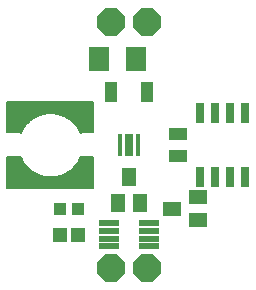
<source format=gts>
G75*
%MOIN*%
%OFA0B0*%
%FSLAX25Y25*%
%IPPOS*%
%LPD*%
%AMOC8*
5,1,8,0,0,1.08239X$1,22.5*
%
%ADD10R,0.05918X0.04343*%
%ADD11R,0.02965X0.06706*%
%ADD12R,0.04737X0.06312*%
%ADD13R,0.02769X0.07493*%
%ADD14R,0.01784X0.07493*%
%ADD15OC8,0.09400*%
%ADD16R,0.05800X0.05800*%
%ADD17C,0.00500*%
%ADD18C,0.00160*%
%ADD19R,0.07099X0.08280*%
%ADD20R,0.04343X0.07099*%
%ADD21R,0.07099X0.01981*%
%ADD22R,0.04540X0.04540*%
%ADD23R,0.03950X0.03950*%
%ADD24R,0.06312X0.04737*%
D10*
X0062850Y0044110D03*
X0062850Y0051590D03*
D11*
X0070350Y0058480D03*
X0075350Y0058480D03*
X0080350Y0058480D03*
X0085350Y0058480D03*
X0085350Y0037220D03*
X0080350Y0037220D03*
X0075350Y0037220D03*
X0070350Y0037220D03*
D12*
X0050340Y0028519D03*
X0042860Y0028519D03*
X0046600Y0037181D03*
D13*
X0046600Y0047850D03*
D14*
X0043746Y0047850D03*
X0049454Y0047850D03*
D15*
X0052600Y0088850D03*
X0040600Y0088850D03*
X0040600Y0006850D03*
X0052600Y0006850D03*
D16*
X0008539Y0036039D03*
X0008539Y0059661D03*
D17*
X0005980Y0059680D02*
X0034720Y0059680D01*
X0034720Y0059182D02*
X0005980Y0059182D01*
X0005980Y0058683D02*
X0018277Y0058683D01*
X0017721Y0058680D02*
X0016418Y0058454D01*
X0015169Y0058018D01*
X0014009Y0057383D01*
X0012969Y0056566D01*
X0012077Y0055589D01*
X0011357Y0054479D01*
X0010829Y0053267D01*
X0010507Y0051984D01*
X0005980Y0051984D01*
X0005980Y0062220D01*
X0034720Y0062220D01*
X0034720Y0051984D01*
X0030193Y0051984D01*
X0029830Y0053241D01*
X0029276Y0054426D01*
X0028542Y0055510D01*
X0027649Y0056466D01*
X0026617Y0057270D01*
X0025471Y0057903D01*
X0024241Y0058349D01*
X0022956Y0058597D01*
X0021649Y0058641D01*
X0020350Y0058480D01*
X0019044Y0058688D01*
X0017721Y0058680D01*
X0019076Y0058683D02*
X0034720Y0058683D01*
X0034720Y0058185D02*
X0024695Y0058185D01*
X0025864Y0057686D02*
X0034720Y0057686D01*
X0034720Y0057188D02*
X0026723Y0057188D01*
X0027362Y0056689D02*
X0034720Y0056689D01*
X0034720Y0056191D02*
X0027906Y0056191D01*
X0028372Y0055692D02*
X0034720Y0055692D01*
X0034720Y0055194D02*
X0028757Y0055194D01*
X0029094Y0054695D02*
X0034720Y0054695D01*
X0034720Y0054197D02*
X0029383Y0054197D01*
X0029616Y0053698D02*
X0034720Y0053698D01*
X0034720Y0053200D02*
X0029842Y0053200D01*
X0029986Y0052701D02*
X0034720Y0052701D01*
X0034720Y0052203D02*
X0030129Y0052203D01*
X0034720Y0060179D02*
X0005980Y0060179D01*
X0005980Y0060677D02*
X0034720Y0060677D01*
X0034720Y0061176D02*
X0005980Y0061176D01*
X0005980Y0061674D02*
X0034720Y0061674D01*
X0034720Y0062173D02*
X0005980Y0062173D01*
X0005980Y0058185D02*
X0015647Y0058185D01*
X0014564Y0057686D02*
X0005980Y0057686D01*
X0005980Y0057188D02*
X0013761Y0057188D01*
X0013127Y0056689D02*
X0005980Y0056689D01*
X0005980Y0056191D02*
X0012627Y0056191D01*
X0012171Y0055692D02*
X0005980Y0055692D01*
X0005980Y0055194D02*
X0011821Y0055194D01*
X0011497Y0054695D02*
X0005980Y0054695D01*
X0005980Y0054197D02*
X0011234Y0054197D01*
X0011017Y0053698D02*
X0005980Y0053698D01*
X0005980Y0053200D02*
X0010813Y0053200D01*
X0010687Y0052701D02*
X0005980Y0052701D01*
X0005980Y0052203D02*
X0010562Y0052203D01*
X0010507Y0043716D02*
X0005980Y0043716D01*
X0005980Y0033480D01*
X0034720Y0033480D01*
X0034720Y0043716D01*
X0030193Y0043716D01*
X0029871Y0042433D01*
X0029343Y0041221D01*
X0028623Y0040111D01*
X0027731Y0039134D01*
X0026691Y0038317D01*
X0025531Y0037682D01*
X0024282Y0037246D01*
X0022979Y0037020D01*
X0021656Y0037012D01*
X0020350Y0037220D01*
X0019051Y0037059D01*
X0017744Y0037103D01*
X0016459Y0037351D01*
X0015229Y0037797D01*
X0014083Y0038430D01*
X0013051Y0039234D01*
X0012158Y0040190D01*
X0011424Y0041274D01*
X0010870Y0042459D01*
X0010507Y0043716D01*
X0010648Y0043229D02*
X0005980Y0043229D01*
X0005980Y0042731D02*
X0010791Y0042731D01*
X0010976Y0042232D02*
X0005980Y0042232D01*
X0005980Y0041734D02*
X0011209Y0041734D01*
X0011450Y0041235D02*
X0005980Y0041235D01*
X0005980Y0040737D02*
X0011787Y0040737D01*
X0012125Y0040238D02*
X0005980Y0040238D01*
X0005980Y0039740D02*
X0012578Y0039740D01*
X0013044Y0039241D02*
X0005980Y0039241D01*
X0005980Y0038743D02*
X0013681Y0038743D01*
X0014419Y0038244D02*
X0005980Y0038244D01*
X0005980Y0037746D02*
X0015369Y0037746D01*
X0016995Y0037247D02*
X0005980Y0037247D01*
X0005980Y0036749D02*
X0034720Y0036749D01*
X0034720Y0037247D02*
X0024286Y0037247D01*
X0025647Y0037746D02*
X0034720Y0037746D01*
X0034720Y0038244D02*
X0026557Y0038244D01*
X0027232Y0038743D02*
X0034720Y0038743D01*
X0034720Y0039241D02*
X0027828Y0039241D01*
X0028284Y0039740D02*
X0034720Y0039740D01*
X0034720Y0040238D02*
X0028706Y0040238D01*
X0029029Y0040737D02*
X0034720Y0040737D01*
X0034720Y0041235D02*
X0029349Y0041235D01*
X0029566Y0041734D02*
X0034720Y0041734D01*
X0034720Y0042232D02*
X0029783Y0042232D01*
X0029945Y0042731D02*
X0034720Y0042731D01*
X0034720Y0043229D02*
X0030070Y0043229D01*
X0034720Y0036250D02*
X0005980Y0036250D01*
X0005980Y0035752D02*
X0034720Y0035752D01*
X0034720Y0035253D02*
X0005980Y0035253D01*
X0005980Y0034755D02*
X0034720Y0034755D01*
X0034720Y0034256D02*
X0005980Y0034256D01*
X0005980Y0033758D02*
X0034720Y0033758D01*
D18*
X0031454Y0052493D02*
X0030127Y0051935D01*
X0030022Y0052173D01*
X0029910Y0052408D01*
X0029794Y0052640D01*
X0029671Y0052869D01*
X0029543Y0053095D01*
X0029409Y0053318D01*
X0029270Y0053538D01*
X0029126Y0053754D01*
X0028976Y0053967D01*
X0028822Y0054176D01*
X0028662Y0054381D01*
X0028497Y0054582D01*
X0028328Y0054779D01*
X0028154Y0054972D01*
X0027975Y0055160D01*
X0027791Y0055344D01*
X0027603Y0055524D01*
X0027411Y0055699D01*
X0027214Y0055869D01*
X0027014Y0056034D01*
X0026809Y0056195D01*
X0026601Y0056350D01*
X0026389Y0056500D01*
X0026173Y0056646D01*
X0025954Y0056785D01*
X0025732Y0056920D01*
X0025506Y0057048D01*
X0025277Y0057172D01*
X0025045Y0057290D01*
X0024811Y0057402D01*
X0024574Y0057508D01*
X0024334Y0057608D01*
X0024092Y0057703D01*
X0023847Y0057792D01*
X0023601Y0057874D01*
X0023353Y0057951D01*
X0023102Y0058021D01*
X0022851Y0058086D01*
X0022597Y0058144D01*
X0022343Y0058196D01*
X0022087Y0058242D01*
X0021830Y0058282D01*
X0021572Y0058315D01*
X0021313Y0058342D01*
X0021054Y0058363D01*
X0020795Y0058377D01*
X0020535Y0058385D01*
X0020275Y0058387D01*
X0020015Y0058382D01*
X0019756Y0058371D01*
X0019496Y0058354D01*
X0019237Y0058330D01*
X0018979Y0058300D01*
X0018722Y0058264D01*
X0018465Y0058222D01*
X0018210Y0058173D01*
X0017956Y0058118D01*
X0017703Y0058057D01*
X0017452Y0057990D01*
X0017203Y0057916D01*
X0016955Y0057837D01*
X0016710Y0057751D01*
X0016467Y0057660D01*
X0016225Y0057563D01*
X0015987Y0057460D01*
X0015751Y0057351D01*
X0015518Y0057236D01*
X0015287Y0057116D01*
X0015060Y0056990D01*
X0014836Y0056858D01*
X0014615Y0056722D01*
X0014397Y0056579D01*
X0014183Y0056432D01*
X0013973Y0056279D01*
X0013766Y0056122D01*
X0013563Y0055959D01*
X0013365Y0055791D01*
X0013170Y0055619D01*
X0012980Y0055442D01*
X0012794Y0055260D01*
X0012612Y0055074D01*
X0012436Y0054883D01*
X0012263Y0054689D01*
X0012096Y0054490D01*
X0011934Y0054287D01*
X0011776Y0054080D01*
X0011624Y0053869D01*
X0011477Y0053655D01*
X0011335Y0053437D01*
X0011199Y0053216D01*
X0011067Y0052992D01*
X0010942Y0052764D01*
X0010822Y0052533D01*
X0010708Y0052300D01*
X0010599Y0052064D01*
X0010496Y0051825D01*
X0009163Y0052368D01*
X0009279Y0052640D01*
X0009402Y0052908D01*
X0009532Y0053173D01*
X0009668Y0053435D01*
X0009810Y0053694D01*
X0009959Y0053949D01*
X0010114Y0054201D01*
X0010275Y0054448D01*
X0010442Y0054692D01*
X0010615Y0054931D01*
X0010793Y0055166D01*
X0010978Y0055397D01*
X0011168Y0055623D01*
X0011363Y0055844D01*
X0011564Y0056061D01*
X0011770Y0056272D01*
X0011981Y0056479D01*
X0012197Y0056680D01*
X0012418Y0056876D01*
X0012643Y0057067D01*
X0012873Y0057252D01*
X0013108Y0057431D01*
X0013347Y0057604D01*
X0013590Y0057772D01*
X0013837Y0057934D01*
X0014088Y0058089D01*
X0014343Y0058239D01*
X0014601Y0058382D01*
X0014863Y0058519D01*
X0015128Y0058649D01*
X0015396Y0058773D01*
X0015667Y0058890D01*
X0015941Y0059001D01*
X0016217Y0059105D01*
X0016496Y0059202D01*
X0016777Y0059292D01*
X0017060Y0059375D01*
X0017345Y0059452D01*
X0017632Y0059521D01*
X0017921Y0059584D01*
X0018211Y0059639D01*
X0018502Y0059687D01*
X0018795Y0059729D01*
X0019088Y0059763D01*
X0019382Y0059789D01*
X0019677Y0059809D01*
X0019972Y0059822D01*
X0020267Y0059827D01*
X0020562Y0059825D01*
X0020857Y0059816D01*
X0021152Y0059799D01*
X0021447Y0059776D01*
X0021740Y0059745D01*
X0022033Y0059707D01*
X0022325Y0059662D01*
X0022616Y0059610D01*
X0022905Y0059551D01*
X0023193Y0059485D01*
X0023479Y0059411D01*
X0023763Y0059331D01*
X0024045Y0059244D01*
X0024325Y0059150D01*
X0024602Y0059049D01*
X0024877Y0058942D01*
X0025150Y0058828D01*
X0025419Y0058707D01*
X0025686Y0058579D01*
X0025949Y0058446D01*
X0026209Y0058305D01*
X0026465Y0058159D01*
X0026718Y0058006D01*
X0026967Y0057847D01*
X0027212Y0057682D01*
X0027452Y0057512D01*
X0027689Y0057335D01*
X0027921Y0057153D01*
X0028149Y0056965D01*
X0028372Y0056771D01*
X0028590Y0056572D01*
X0028804Y0056368D01*
X0029012Y0056159D01*
X0029215Y0055945D01*
X0029413Y0055725D01*
X0029605Y0055501D01*
X0029792Y0055273D01*
X0029974Y0055040D01*
X0030149Y0054802D01*
X0030319Y0054561D01*
X0030483Y0054315D01*
X0030640Y0054065D01*
X0030792Y0053812D01*
X0030937Y0053555D01*
X0031076Y0053294D01*
X0031209Y0053031D01*
X0031335Y0052764D01*
X0031455Y0052494D01*
X0031315Y0052435D01*
X0031197Y0052702D01*
X0031073Y0052965D01*
X0030942Y0053226D01*
X0030804Y0053483D01*
X0030661Y0053737D01*
X0030511Y0053987D01*
X0030356Y0054234D01*
X0030194Y0054476D01*
X0030026Y0054715D01*
X0029853Y0054949D01*
X0029674Y0055179D01*
X0029489Y0055405D01*
X0029299Y0055626D01*
X0029104Y0055843D01*
X0028903Y0056054D01*
X0028698Y0056261D01*
X0028487Y0056462D01*
X0028271Y0056659D01*
X0028051Y0056850D01*
X0027826Y0057035D01*
X0027597Y0057215D01*
X0027363Y0057390D01*
X0027125Y0057558D01*
X0026883Y0057721D01*
X0026638Y0057878D01*
X0026388Y0058029D01*
X0026135Y0058174D01*
X0025878Y0058312D01*
X0025618Y0058444D01*
X0025355Y0058570D01*
X0025089Y0058689D01*
X0024820Y0058802D01*
X0024549Y0058908D01*
X0024275Y0059008D01*
X0023998Y0059100D01*
X0023720Y0059186D01*
X0023439Y0059266D01*
X0023157Y0059338D01*
X0022873Y0059403D01*
X0022587Y0059462D01*
X0022300Y0059513D01*
X0022012Y0059558D01*
X0021723Y0059595D01*
X0021433Y0059625D01*
X0021142Y0059649D01*
X0020851Y0059665D01*
X0020559Y0059674D01*
X0020268Y0059676D01*
X0019976Y0059671D01*
X0019685Y0059658D01*
X0019394Y0059639D01*
X0019104Y0059612D01*
X0018814Y0059579D01*
X0018525Y0059538D01*
X0018238Y0059490D01*
X0017951Y0059436D01*
X0017666Y0059374D01*
X0017383Y0059306D01*
X0017101Y0059230D01*
X0016822Y0059148D01*
X0016544Y0059059D01*
X0016269Y0058963D01*
X0015996Y0058860D01*
X0015725Y0058751D01*
X0015458Y0058635D01*
X0015193Y0058513D01*
X0014932Y0058384D01*
X0014673Y0058249D01*
X0014418Y0058108D01*
X0014167Y0057960D01*
X0013919Y0057807D01*
X0013675Y0057647D01*
X0013435Y0057482D01*
X0013199Y0057310D01*
X0012967Y0057133D01*
X0012740Y0056951D01*
X0012517Y0056762D01*
X0012299Y0056569D01*
X0012086Y0056370D01*
X0011877Y0056166D01*
X0011674Y0055957D01*
X0011476Y0055744D01*
X0011283Y0055525D01*
X0011095Y0055302D01*
X0010913Y0055074D01*
X0010737Y0054842D01*
X0010566Y0054605D01*
X0010401Y0054365D01*
X0010242Y0054121D01*
X0010089Y0053872D01*
X0009942Y0053620D01*
X0009802Y0053365D01*
X0009667Y0053106D01*
X0009539Y0052844D01*
X0009418Y0052579D01*
X0009302Y0052311D01*
X0009442Y0052254D01*
X0009556Y0052519D01*
X0009676Y0052781D01*
X0009802Y0053039D01*
X0009935Y0053295D01*
X0010074Y0053547D01*
X0010219Y0053795D01*
X0010370Y0054040D01*
X0010527Y0054282D01*
X0010690Y0054519D01*
X0010858Y0054753D01*
X0011033Y0054982D01*
X0011212Y0055207D01*
X0011398Y0055427D01*
X0011588Y0055643D01*
X0011784Y0055854D01*
X0011985Y0056060D01*
X0012190Y0056261D01*
X0012401Y0056458D01*
X0012616Y0056649D01*
X0012836Y0056834D01*
X0013061Y0057015D01*
X0013289Y0057189D01*
X0013522Y0057359D01*
X0013759Y0057522D01*
X0014000Y0057680D01*
X0014245Y0057831D01*
X0014493Y0057977D01*
X0014745Y0058116D01*
X0015000Y0058250D01*
X0015258Y0058377D01*
X0015520Y0058497D01*
X0015784Y0058612D01*
X0016051Y0058719D01*
X0016320Y0058821D01*
X0016592Y0058915D01*
X0016866Y0059003D01*
X0017142Y0059085D01*
X0017421Y0059159D01*
X0017700Y0059227D01*
X0017982Y0059288D01*
X0018264Y0059342D01*
X0018548Y0059389D01*
X0018833Y0059429D01*
X0019119Y0059462D01*
X0019406Y0059488D01*
X0019693Y0059508D01*
X0019981Y0059520D01*
X0020269Y0059525D01*
X0020557Y0059523D01*
X0020844Y0059514D01*
X0021132Y0059498D01*
X0021419Y0059475D01*
X0021705Y0059445D01*
X0021990Y0059408D01*
X0022275Y0059364D01*
X0022558Y0059314D01*
X0022840Y0059256D01*
X0023121Y0059191D01*
X0023400Y0059120D01*
X0023677Y0059042D01*
X0023952Y0058957D01*
X0024225Y0058865D01*
X0024495Y0058767D01*
X0024763Y0058662D01*
X0025029Y0058551D01*
X0025292Y0058433D01*
X0025551Y0058309D01*
X0025808Y0058178D01*
X0026061Y0058042D01*
X0026311Y0057899D01*
X0026558Y0057750D01*
X0026800Y0057595D01*
X0027039Y0057435D01*
X0027274Y0057268D01*
X0027505Y0057096D01*
X0027731Y0056918D01*
X0027953Y0056735D01*
X0028171Y0056546D01*
X0028383Y0056352D01*
X0028591Y0056153D01*
X0028794Y0055949D01*
X0028993Y0055741D01*
X0029185Y0055527D01*
X0029373Y0055309D01*
X0029555Y0055086D01*
X0029732Y0054859D01*
X0029903Y0054627D01*
X0030069Y0054392D01*
X0030228Y0054152D01*
X0030382Y0053909D01*
X0030530Y0053662D01*
X0030672Y0053411D01*
X0030807Y0053157D01*
X0030937Y0052900D01*
X0031060Y0052640D01*
X0031176Y0052377D01*
X0031037Y0052318D01*
X0030922Y0052578D01*
X0030800Y0052835D01*
X0030673Y0053089D01*
X0030539Y0053339D01*
X0030399Y0053587D01*
X0030253Y0053830D01*
X0030101Y0054071D01*
X0029944Y0054307D01*
X0029780Y0054540D01*
X0029611Y0054768D01*
X0029437Y0054992D01*
X0029257Y0055212D01*
X0029072Y0055428D01*
X0028881Y0055639D01*
X0028686Y0055845D01*
X0028485Y0056046D01*
X0028280Y0056242D01*
X0028070Y0056434D01*
X0027855Y0056620D01*
X0027636Y0056801D01*
X0027412Y0056976D01*
X0027185Y0057146D01*
X0026953Y0057311D01*
X0026717Y0057469D01*
X0026477Y0057622D01*
X0026234Y0057769D01*
X0025988Y0057910D01*
X0025737Y0058045D01*
X0025484Y0058174D01*
X0025228Y0058296D01*
X0024968Y0058412D01*
X0024706Y0058522D01*
X0024442Y0058626D01*
X0024175Y0058723D01*
X0023905Y0058813D01*
X0023634Y0058897D01*
X0023360Y0058974D01*
X0023085Y0059045D01*
X0022808Y0059108D01*
X0022530Y0059165D01*
X0022250Y0059215D01*
X0021969Y0059259D01*
X0021687Y0059295D01*
X0021405Y0059325D01*
X0021121Y0059347D01*
X0020838Y0059363D01*
X0020554Y0059372D01*
X0020270Y0059374D01*
X0019985Y0059369D01*
X0019702Y0059357D01*
X0019418Y0059338D01*
X0019135Y0059312D01*
X0018853Y0059279D01*
X0018571Y0059240D01*
X0018291Y0059193D01*
X0018012Y0059140D01*
X0017734Y0059080D01*
X0017458Y0059013D01*
X0017184Y0058939D01*
X0016911Y0058859D01*
X0016640Y0058772D01*
X0016372Y0058679D01*
X0016106Y0058579D01*
X0015843Y0058472D01*
X0015582Y0058360D01*
X0015324Y0058241D01*
X0015069Y0058115D01*
X0014817Y0057984D01*
X0014568Y0057846D01*
X0014323Y0057702D01*
X0014082Y0057552D01*
X0013844Y0057397D01*
X0013610Y0057236D01*
X0013380Y0057069D01*
X0013154Y0056896D01*
X0012933Y0056718D01*
X0012716Y0056535D01*
X0012503Y0056346D01*
X0012295Y0056153D01*
X0012092Y0055954D01*
X0011894Y0055750D01*
X0011700Y0055542D01*
X0011512Y0055329D01*
X0011330Y0055111D01*
X0011152Y0054890D01*
X0010980Y0054663D01*
X0010814Y0054433D01*
X0010653Y0054199D01*
X0010498Y0053960D01*
X0010349Y0053719D01*
X0010206Y0053473D01*
X0010069Y0053224D01*
X0009938Y0052972D01*
X0009813Y0052717D01*
X0009694Y0052459D01*
X0009582Y0052197D01*
X0009722Y0052140D01*
X0009833Y0052398D01*
X0009950Y0052653D01*
X0010073Y0052905D01*
X0010202Y0053154D01*
X0010338Y0053399D01*
X0010479Y0053642D01*
X0010626Y0053880D01*
X0010779Y0054115D01*
X0010938Y0054347D01*
X0011102Y0054574D01*
X0011272Y0054797D01*
X0011447Y0055016D01*
X0011627Y0055231D01*
X0011813Y0055441D01*
X0012004Y0055647D01*
X0012199Y0055848D01*
X0012400Y0056044D01*
X0012605Y0056235D01*
X0012815Y0056421D01*
X0013029Y0056602D01*
X0013248Y0056778D01*
X0013471Y0056948D01*
X0013698Y0057113D01*
X0013929Y0057272D01*
X0014163Y0057425D01*
X0014402Y0057573D01*
X0014644Y0057715D01*
X0014889Y0057851D01*
X0015138Y0057981D01*
X0015389Y0058104D01*
X0015644Y0058222D01*
X0015901Y0058333D01*
X0016161Y0058438D01*
X0016424Y0058537D01*
X0016689Y0058629D01*
X0016956Y0058715D01*
X0017225Y0058794D01*
X0017496Y0058867D01*
X0017768Y0058933D01*
X0018042Y0058992D01*
X0018318Y0059045D01*
X0018594Y0059090D01*
X0018872Y0059130D01*
X0019151Y0059162D01*
X0019430Y0059187D01*
X0019710Y0059206D01*
X0019990Y0059218D01*
X0020270Y0059223D01*
X0020551Y0059221D01*
X0020831Y0059212D01*
X0021111Y0059197D01*
X0021391Y0059174D01*
X0021670Y0059145D01*
X0021948Y0059109D01*
X0022225Y0059067D01*
X0022501Y0059017D01*
X0022776Y0058961D01*
X0023049Y0058898D01*
X0023321Y0058828D01*
X0023591Y0058752D01*
X0023859Y0058669D01*
X0024125Y0058580D01*
X0024388Y0058485D01*
X0024649Y0058382D01*
X0024908Y0058274D01*
X0025164Y0058159D01*
X0025417Y0058038D01*
X0025667Y0057911D01*
X0025914Y0057778D01*
X0026157Y0057639D01*
X0026397Y0057494D01*
X0026634Y0057343D01*
X0026867Y0057187D01*
X0027095Y0057024D01*
X0027320Y0056857D01*
X0027541Y0056684D01*
X0027757Y0056505D01*
X0027969Y0056321D01*
X0028176Y0056133D01*
X0028379Y0055939D01*
X0028577Y0055740D01*
X0028770Y0055537D01*
X0028958Y0055328D01*
X0029141Y0055116D01*
X0029318Y0054899D01*
X0029491Y0054677D01*
X0029657Y0054452D01*
X0029819Y0054222D01*
X0029974Y0053989D01*
X0030124Y0053752D01*
X0030268Y0053511D01*
X0030406Y0053267D01*
X0030538Y0053020D01*
X0030664Y0052769D01*
X0030784Y0052516D01*
X0030898Y0052259D01*
X0030759Y0052201D01*
X0030646Y0052454D01*
X0030528Y0052704D01*
X0030404Y0052951D01*
X0030273Y0053195D01*
X0030137Y0053436D01*
X0029995Y0053674D01*
X0029847Y0053908D01*
X0029693Y0054138D01*
X0029534Y0054364D01*
X0029370Y0054587D01*
X0029200Y0054805D01*
X0029024Y0055019D01*
X0028844Y0055229D01*
X0028659Y0055435D01*
X0028468Y0055635D01*
X0028273Y0055831D01*
X0028073Y0056023D01*
X0027868Y0056209D01*
X0027659Y0056390D01*
X0027446Y0056566D01*
X0027228Y0056737D01*
X0027006Y0056903D01*
X0026780Y0057063D01*
X0026551Y0057217D01*
X0026317Y0057366D01*
X0026080Y0057509D01*
X0025840Y0057646D01*
X0025597Y0057778D01*
X0025350Y0057903D01*
X0025100Y0058022D01*
X0024848Y0058136D01*
X0024592Y0058243D01*
X0024335Y0058343D01*
X0024075Y0058438D01*
X0023812Y0058526D01*
X0023548Y0058607D01*
X0023281Y0058683D01*
X0023013Y0058751D01*
X0022744Y0058813D01*
X0022472Y0058869D01*
X0022200Y0058918D01*
X0021927Y0058960D01*
X0021652Y0058995D01*
X0021377Y0059024D01*
X0021101Y0059046D01*
X0020825Y0059061D01*
X0020548Y0059070D01*
X0020271Y0059072D01*
X0019995Y0059067D01*
X0019718Y0059055D01*
X0019442Y0059037D01*
X0019166Y0059012D01*
X0018891Y0058980D01*
X0018617Y0058941D01*
X0018344Y0058896D01*
X0018073Y0058844D01*
X0017802Y0058786D01*
X0017533Y0058720D01*
X0017266Y0058649D01*
X0017000Y0058571D01*
X0016737Y0058486D01*
X0016475Y0058395D01*
X0016216Y0058298D01*
X0015960Y0058194D01*
X0015706Y0058084D01*
X0015455Y0057968D01*
X0015206Y0057846D01*
X0014961Y0057718D01*
X0014719Y0057584D01*
X0014480Y0057444D01*
X0014245Y0057298D01*
X0014013Y0057147D01*
X0013785Y0056990D01*
X0013561Y0056827D01*
X0013341Y0056659D01*
X0013126Y0056486D01*
X0012914Y0056307D01*
X0012707Y0056124D01*
X0012505Y0055935D01*
X0012307Y0055742D01*
X0012114Y0055543D01*
X0011925Y0055341D01*
X0011742Y0055133D01*
X0011564Y0054921D01*
X0011391Y0054705D01*
X0011224Y0054485D01*
X0011062Y0054260D01*
X0010905Y0054032D01*
X0010754Y0053800D01*
X0010609Y0053565D01*
X0010469Y0053326D01*
X0010336Y0053083D01*
X0010208Y0052838D01*
X0010087Y0052589D01*
X0009971Y0052338D01*
X0009862Y0052084D01*
X0010002Y0052027D01*
X0010110Y0052277D01*
X0010224Y0052525D01*
X0010344Y0052771D01*
X0010469Y0053013D01*
X0010601Y0053252D01*
X0010739Y0053488D01*
X0010882Y0053720D01*
X0011031Y0053949D01*
X0011186Y0054174D01*
X0011346Y0054396D01*
X0011511Y0054613D01*
X0011681Y0054826D01*
X0011857Y0055035D01*
X0012038Y0055240D01*
X0012224Y0055440D01*
X0012414Y0055636D01*
X0012609Y0055826D01*
X0012809Y0056012D01*
X0013013Y0056194D01*
X0013222Y0056370D01*
X0013435Y0056541D01*
X0013652Y0056706D01*
X0013873Y0056867D01*
X0014098Y0057022D01*
X0014326Y0057171D01*
X0014558Y0057315D01*
X0014794Y0057453D01*
X0015033Y0057585D01*
X0015275Y0057712D01*
X0015520Y0057832D01*
X0015768Y0057947D01*
X0016018Y0058055D01*
X0016272Y0058157D01*
X0016527Y0058253D01*
X0016785Y0058343D01*
X0017045Y0058426D01*
X0017307Y0058504D01*
X0017571Y0058574D01*
X0017836Y0058638D01*
X0018103Y0058696D01*
X0018371Y0058747D01*
X0018640Y0058792D01*
X0018911Y0058830D01*
X0019182Y0058861D01*
X0019454Y0058886D01*
X0019726Y0058904D01*
X0019999Y0058916D01*
X0020272Y0058921D01*
X0020545Y0058919D01*
X0020818Y0058911D01*
X0021091Y0058895D01*
X0021363Y0058874D01*
X0021634Y0058845D01*
X0021905Y0058810D01*
X0022175Y0058769D01*
X0022444Y0058721D01*
X0022711Y0058666D01*
X0022977Y0058605D01*
X0023242Y0058537D01*
X0023505Y0058463D01*
X0023766Y0058382D01*
X0024024Y0058295D01*
X0024281Y0058202D01*
X0024535Y0058103D01*
X0024787Y0057997D01*
X0025036Y0057886D01*
X0025283Y0057768D01*
X0025526Y0057644D01*
X0025766Y0057515D01*
X0026004Y0057379D01*
X0026237Y0057238D01*
X0026467Y0057091D01*
X0026694Y0056939D01*
X0026917Y0056781D01*
X0027136Y0056618D01*
X0027350Y0056449D01*
X0027561Y0056275D01*
X0027767Y0056097D01*
X0027969Y0055913D01*
X0028167Y0055724D01*
X0028359Y0055531D01*
X0028547Y0055332D01*
X0028730Y0055130D01*
X0028908Y0054923D01*
X0029081Y0054712D01*
X0029249Y0054496D01*
X0029411Y0054277D01*
X0029568Y0054053D01*
X0029720Y0053826D01*
X0029866Y0053595D01*
X0030006Y0053361D01*
X0030141Y0053123D01*
X0030269Y0052883D01*
X0030392Y0052639D01*
X0030509Y0052392D01*
X0030619Y0052142D01*
X0030480Y0052084D01*
X0030371Y0052330D01*
X0030256Y0052573D01*
X0030135Y0052814D01*
X0030008Y0053052D01*
X0029875Y0053286D01*
X0029737Y0053517D01*
X0029593Y0053745D01*
X0029443Y0053969D01*
X0029288Y0054189D01*
X0029128Y0054406D01*
X0028963Y0054618D01*
X0028792Y0054826D01*
X0028616Y0055031D01*
X0028436Y0055230D01*
X0028251Y0055426D01*
X0028060Y0055617D01*
X0027866Y0055803D01*
X0027667Y0055984D01*
X0027463Y0056160D01*
X0027255Y0056332D01*
X0027043Y0056498D01*
X0026827Y0056659D01*
X0026608Y0056815D01*
X0026384Y0056965D01*
X0026157Y0057110D01*
X0025927Y0057249D01*
X0025693Y0057383D01*
X0025456Y0057511D01*
X0025216Y0057633D01*
X0024973Y0057749D01*
X0024727Y0057859D01*
X0024478Y0057963D01*
X0024228Y0058061D01*
X0023974Y0058153D01*
X0023719Y0058239D01*
X0023462Y0058318D01*
X0023202Y0058391D01*
X0022942Y0058458D01*
X0022679Y0058518D01*
X0022415Y0058572D01*
X0022150Y0058620D01*
X0021884Y0058661D01*
X0021617Y0058695D01*
X0021349Y0058723D01*
X0021080Y0058745D01*
X0020812Y0058760D01*
X0020542Y0058768D01*
X0020273Y0058770D01*
X0020004Y0058765D01*
X0019735Y0058754D01*
X0019466Y0058736D01*
X0019198Y0058711D01*
X0018930Y0058680D01*
X0018663Y0058643D01*
X0018398Y0058599D01*
X0018133Y0058548D01*
X0017870Y0058491D01*
X0017608Y0058428D01*
X0017348Y0058358D01*
X0017090Y0058282D01*
X0016833Y0058200D01*
X0016579Y0058111D01*
X0016327Y0058017D01*
X0016077Y0057916D01*
X0015830Y0057809D01*
X0015585Y0057696D01*
X0015343Y0057577D01*
X0015105Y0057452D01*
X0014869Y0057322D01*
X0014637Y0057186D01*
X0014408Y0057044D01*
X0014182Y0056897D01*
X0013961Y0056744D01*
X0013743Y0056586D01*
X0013529Y0056422D01*
X0013319Y0056254D01*
X0013113Y0056080D01*
X0012911Y0055901D01*
X0012714Y0055718D01*
X0012521Y0055529D01*
X0012334Y0055336D01*
X0012150Y0055139D01*
X0011972Y0054937D01*
X0011799Y0054731D01*
X0011630Y0054521D01*
X0011467Y0054306D01*
X0011310Y0054088D01*
X0011157Y0053866D01*
X0011010Y0053640D01*
X0010869Y0053411D01*
X0010733Y0053178D01*
X0010603Y0052943D01*
X0010479Y0052704D01*
X0010360Y0052462D01*
X0010248Y0052217D01*
X0010141Y0051970D01*
X0010281Y0051913D01*
X0010386Y0052157D01*
X0010497Y0052398D01*
X0010614Y0052636D01*
X0010737Y0052872D01*
X0010865Y0053105D01*
X0010999Y0053334D01*
X0011138Y0053560D01*
X0011283Y0053783D01*
X0011434Y0054002D01*
X0011589Y0054217D01*
X0011750Y0054428D01*
X0011916Y0054636D01*
X0012087Y0054839D01*
X0012263Y0055038D01*
X0012443Y0055233D01*
X0012629Y0055423D01*
X0012819Y0055609D01*
X0013013Y0055790D01*
X0013212Y0055966D01*
X0013415Y0056137D01*
X0013622Y0056304D01*
X0013833Y0056465D01*
X0014048Y0056621D01*
X0014267Y0056772D01*
X0014489Y0056917D01*
X0014715Y0057057D01*
X0014944Y0057191D01*
X0015177Y0057320D01*
X0015412Y0057443D01*
X0015651Y0057560D01*
X0015892Y0057671D01*
X0016135Y0057777D01*
X0016382Y0057876D01*
X0016630Y0057969D01*
X0016881Y0058057D01*
X0017134Y0058138D01*
X0017389Y0058213D01*
X0017646Y0058282D01*
X0017904Y0058344D01*
X0018163Y0058400D01*
X0018424Y0058450D01*
X0018686Y0058493D01*
X0018949Y0058530D01*
X0019213Y0058561D01*
X0019478Y0058585D01*
X0019743Y0058603D01*
X0020008Y0058614D01*
X0020274Y0058619D01*
X0020539Y0058617D01*
X0020805Y0058609D01*
X0021070Y0058594D01*
X0021335Y0058573D01*
X0021599Y0058545D01*
X0021863Y0058511D01*
X0022125Y0058471D01*
X0022387Y0058424D01*
X0022647Y0058371D01*
X0022906Y0058311D01*
X0023163Y0058245D01*
X0023419Y0058173D01*
X0023672Y0058095D01*
X0023924Y0058010D01*
X0024174Y0057920D01*
X0024421Y0057823D01*
X0024666Y0057720D01*
X0024909Y0057612D01*
X0025148Y0057497D01*
X0025385Y0057377D01*
X0025619Y0057251D01*
X0025850Y0057119D01*
X0026077Y0056982D01*
X0026301Y0056839D01*
X0026521Y0056691D01*
X0026738Y0056537D01*
X0026951Y0056379D01*
X0027160Y0056215D01*
X0027365Y0056046D01*
X0027566Y0055872D01*
X0027762Y0055693D01*
X0027954Y0055509D01*
X0028142Y0055321D01*
X0028325Y0055128D01*
X0028503Y0054931D01*
X0028676Y0054730D01*
X0028844Y0054524D01*
X0029007Y0054315D01*
X0029165Y0054101D01*
X0029318Y0053884D01*
X0029466Y0053663D01*
X0029608Y0053439D01*
X0029744Y0053211D01*
X0029875Y0052980D01*
X0030000Y0052745D01*
X0030120Y0052508D01*
X0030233Y0052268D01*
X0030341Y0052025D01*
X0030202Y0051967D01*
X0030096Y0052206D01*
X0029984Y0052443D01*
X0029866Y0052677D01*
X0029742Y0052908D01*
X0029613Y0053136D01*
X0029479Y0053360D01*
X0029338Y0053582D01*
X0029193Y0053800D01*
X0029042Y0054014D01*
X0028887Y0054224D01*
X0028726Y0054431D01*
X0028560Y0054634D01*
X0028389Y0054832D01*
X0028213Y0055026D01*
X0028033Y0055216D01*
X0027848Y0055402D01*
X0027659Y0055583D01*
X0027465Y0055759D01*
X0027267Y0055931D01*
X0027065Y0056097D01*
X0026859Y0056259D01*
X0026649Y0056416D01*
X0026435Y0056567D01*
X0026218Y0056713D01*
X0025997Y0056854D01*
X0025773Y0056989D01*
X0025545Y0057119D01*
X0025315Y0057243D01*
X0025081Y0057362D01*
X0024845Y0057475D01*
X0024606Y0057582D01*
X0024364Y0057683D01*
X0024120Y0057779D01*
X0023874Y0057868D01*
X0023626Y0057951D01*
X0023376Y0058029D01*
X0023124Y0058100D01*
X0022870Y0058165D01*
X0022615Y0058223D01*
X0022358Y0058276D01*
X0022100Y0058322D01*
X0021841Y0058362D01*
X0021581Y0058395D01*
X0021321Y0058423D01*
X0021060Y0058444D01*
X0020798Y0058458D01*
X0020537Y0058466D01*
X0020275Y0058468D01*
X0020013Y0058463D01*
X0019751Y0058452D01*
X0019490Y0058435D01*
X0019229Y0058411D01*
X0018969Y0058381D01*
X0018709Y0058344D01*
X0018451Y0058301D01*
X0018194Y0058252D01*
X0017938Y0058197D01*
X0017683Y0058135D01*
X0017430Y0058068D01*
X0017179Y0057994D01*
X0016929Y0057914D01*
X0016682Y0057828D01*
X0016437Y0057735D01*
X0016194Y0057637D01*
X0015954Y0057533D01*
X0015716Y0057424D01*
X0015481Y0057308D01*
X0015249Y0057187D01*
X0015019Y0057060D01*
X0014794Y0056928D01*
X0014571Y0056790D01*
X0014352Y0056646D01*
X0014136Y0056498D01*
X0013924Y0056344D01*
X0013716Y0056185D01*
X0013511Y0056021D01*
X0013311Y0055852D01*
X0013115Y0055679D01*
X0012924Y0055500D01*
X0012736Y0055317D01*
X0012553Y0055129D01*
X0012375Y0054937D01*
X0012202Y0054741D01*
X0012033Y0054541D01*
X0011870Y0054336D01*
X0011711Y0054128D01*
X0011558Y0053916D01*
X0011409Y0053700D01*
X0011266Y0053480D01*
X0011129Y0053257D01*
X0010997Y0053031D01*
X0010870Y0052802D01*
X0010749Y0052569D01*
X0010634Y0052334D01*
X0010525Y0052096D01*
X0010421Y0051856D01*
X0009246Y0043207D02*
X0010573Y0043765D01*
X0010678Y0043527D01*
X0010790Y0043292D01*
X0010906Y0043060D01*
X0011029Y0042831D01*
X0011157Y0042605D01*
X0011291Y0042382D01*
X0011430Y0042162D01*
X0011574Y0041946D01*
X0011724Y0041733D01*
X0011878Y0041524D01*
X0012038Y0041319D01*
X0012203Y0041118D01*
X0012372Y0040921D01*
X0012546Y0040728D01*
X0012725Y0040540D01*
X0012909Y0040356D01*
X0013097Y0040176D01*
X0013289Y0040001D01*
X0013486Y0039831D01*
X0013686Y0039666D01*
X0013891Y0039505D01*
X0014099Y0039350D01*
X0014311Y0039200D01*
X0014527Y0039054D01*
X0014746Y0038915D01*
X0014968Y0038780D01*
X0015194Y0038652D01*
X0015423Y0038528D01*
X0015655Y0038410D01*
X0015889Y0038298D01*
X0016126Y0038192D01*
X0016366Y0038092D01*
X0016608Y0037997D01*
X0016853Y0037908D01*
X0017099Y0037826D01*
X0017347Y0037749D01*
X0017598Y0037679D01*
X0017849Y0037614D01*
X0018103Y0037556D01*
X0018357Y0037504D01*
X0018613Y0037458D01*
X0018870Y0037418D01*
X0019128Y0037385D01*
X0019387Y0037358D01*
X0019646Y0037337D01*
X0019905Y0037323D01*
X0020165Y0037315D01*
X0020425Y0037313D01*
X0020685Y0037318D01*
X0020944Y0037329D01*
X0021204Y0037346D01*
X0021463Y0037370D01*
X0021721Y0037400D01*
X0021978Y0037436D01*
X0022235Y0037478D01*
X0022490Y0037527D01*
X0022744Y0037582D01*
X0022997Y0037643D01*
X0023248Y0037710D01*
X0023497Y0037784D01*
X0023745Y0037863D01*
X0023990Y0037949D01*
X0024233Y0038040D01*
X0024475Y0038137D01*
X0024713Y0038240D01*
X0024949Y0038349D01*
X0025182Y0038464D01*
X0025413Y0038584D01*
X0025640Y0038710D01*
X0025864Y0038842D01*
X0026085Y0038978D01*
X0026303Y0039121D01*
X0026517Y0039268D01*
X0026727Y0039421D01*
X0026934Y0039578D01*
X0027137Y0039741D01*
X0027335Y0039909D01*
X0027530Y0040081D01*
X0027720Y0040258D01*
X0027906Y0040440D01*
X0028088Y0040626D01*
X0028264Y0040817D01*
X0028437Y0041011D01*
X0028604Y0041210D01*
X0028766Y0041413D01*
X0028924Y0041620D01*
X0029076Y0041831D01*
X0029223Y0042045D01*
X0029365Y0042263D01*
X0029501Y0042484D01*
X0029633Y0042708D01*
X0029758Y0042936D01*
X0029878Y0043167D01*
X0029992Y0043400D01*
X0030101Y0043636D01*
X0030204Y0043875D01*
X0031537Y0043332D01*
X0031421Y0043060D01*
X0031298Y0042792D01*
X0031168Y0042527D01*
X0031032Y0042265D01*
X0030890Y0042006D01*
X0030741Y0041751D01*
X0030586Y0041499D01*
X0030425Y0041252D01*
X0030258Y0041008D01*
X0030085Y0040769D01*
X0029907Y0040534D01*
X0029722Y0040303D01*
X0029532Y0040077D01*
X0029337Y0039856D01*
X0029136Y0039639D01*
X0028930Y0039428D01*
X0028719Y0039221D01*
X0028503Y0039020D01*
X0028282Y0038824D01*
X0028057Y0038633D01*
X0027827Y0038448D01*
X0027592Y0038269D01*
X0027353Y0038096D01*
X0027110Y0037928D01*
X0026863Y0037766D01*
X0026612Y0037611D01*
X0026357Y0037461D01*
X0026099Y0037318D01*
X0025837Y0037181D01*
X0025572Y0037051D01*
X0025304Y0036927D01*
X0025033Y0036810D01*
X0024759Y0036699D01*
X0024483Y0036595D01*
X0024204Y0036498D01*
X0023923Y0036408D01*
X0023640Y0036325D01*
X0023355Y0036248D01*
X0023068Y0036179D01*
X0022779Y0036116D01*
X0022489Y0036061D01*
X0022198Y0036013D01*
X0021905Y0035971D01*
X0021612Y0035937D01*
X0021318Y0035911D01*
X0021023Y0035891D01*
X0020728Y0035878D01*
X0020433Y0035873D01*
X0020138Y0035875D01*
X0019843Y0035884D01*
X0019548Y0035901D01*
X0019253Y0035924D01*
X0018960Y0035955D01*
X0018667Y0035993D01*
X0018375Y0036038D01*
X0018084Y0036090D01*
X0017795Y0036149D01*
X0017507Y0036215D01*
X0017221Y0036289D01*
X0016937Y0036369D01*
X0016655Y0036456D01*
X0016375Y0036550D01*
X0016098Y0036651D01*
X0015823Y0036758D01*
X0015550Y0036872D01*
X0015281Y0036993D01*
X0015014Y0037121D01*
X0014751Y0037254D01*
X0014491Y0037395D01*
X0014235Y0037541D01*
X0013982Y0037694D01*
X0013733Y0037853D01*
X0013488Y0038018D01*
X0013248Y0038188D01*
X0013011Y0038365D01*
X0012779Y0038547D01*
X0012551Y0038735D01*
X0012328Y0038929D01*
X0012110Y0039128D01*
X0011896Y0039332D01*
X0011688Y0039541D01*
X0011485Y0039755D01*
X0011287Y0039975D01*
X0011095Y0040199D01*
X0010908Y0040427D01*
X0010726Y0040660D01*
X0010551Y0040898D01*
X0010381Y0041139D01*
X0010217Y0041385D01*
X0010060Y0041635D01*
X0009908Y0041888D01*
X0009763Y0042145D01*
X0009624Y0042406D01*
X0009491Y0042669D01*
X0009365Y0042936D01*
X0009245Y0043206D01*
X0009385Y0043265D01*
X0009503Y0042998D01*
X0009627Y0042735D01*
X0009758Y0042474D01*
X0009896Y0042217D01*
X0010039Y0041963D01*
X0010189Y0041713D01*
X0010344Y0041466D01*
X0010506Y0041224D01*
X0010674Y0040985D01*
X0010847Y0040751D01*
X0011026Y0040521D01*
X0011211Y0040295D01*
X0011401Y0040074D01*
X0011596Y0039857D01*
X0011797Y0039646D01*
X0012002Y0039439D01*
X0012213Y0039238D01*
X0012429Y0039041D01*
X0012649Y0038850D01*
X0012874Y0038665D01*
X0013103Y0038485D01*
X0013337Y0038310D01*
X0013575Y0038142D01*
X0013817Y0037979D01*
X0014062Y0037822D01*
X0014312Y0037671D01*
X0014565Y0037526D01*
X0014822Y0037388D01*
X0015082Y0037256D01*
X0015345Y0037130D01*
X0015611Y0037011D01*
X0015880Y0036898D01*
X0016151Y0036792D01*
X0016425Y0036692D01*
X0016702Y0036600D01*
X0016980Y0036514D01*
X0017261Y0036434D01*
X0017543Y0036362D01*
X0017827Y0036297D01*
X0018113Y0036238D01*
X0018400Y0036187D01*
X0018688Y0036142D01*
X0018977Y0036105D01*
X0019267Y0036075D01*
X0019558Y0036051D01*
X0019849Y0036035D01*
X0020141Y0036026D01*
X0020432Y0036024D01*
X0020724Y0036029D01*
X0021015Y0036042D01*
X0021306Y0036061D01*
X0021596Y0036088D01*
X0021886Y0036121D01*
X0022175Y0036162D01*
X0022462Y0036210D01*
X0022749Y0036264D01*
X0023034Y0036326D01*
X0023317Y0036394D01*
X0023599Y0036470D01*
X0023878Y0036552D01*
X0024156Y0036641D01*
X0024431Y0036737D01*
X0024704Y0036840D01*
X0024975Y0036949D01*
X0025242Y0037065D01*
X0025507Y0037187D01*
X0025768Y0037316D01*
X0026027Y0037451D01*
X0026282Y0037592D01*
X0026533Y0037740D01*
X0026781Y0037893D01*
X0027025Y0038053D01*
X0027265Y0038218D01*
X0027501Y0038390D01*
X0027733Y0038567D01*
X0027960Y0038749D01*
X0028183Y0038938D01*
X0028401Y0039131D01*
X0028614Y0039330D01*
X0028823Y0039534D01*
X0029026Y0039743D01*
X0029224Y0039956D01*
X0029417Y0040175D01*
X0029605Y0040398D01*
X0029787Y0040626D01*
X0029963Y0040858D01*
X0030134Y0041095D01*
X0030299Y0041335D01*
X0030458Y0041579D01*
X0030611Y0041828D01*
X0030758Y0042080D01*
X0030898Y0042335D01*
X0031033Y0042594D01*
X0031161Y0042856D01*
X0031282Y0043121D01*
X0031398Y0043389D01*
X0031258Y0043446D01*
X0031144Y0043181D01*
X0031024Y0042919D01*
X0030898Y0042661D01*
X0030765Y0042405D01*
X0030626Y0042153D01*
X0030481Y0041905D01*
X0030330Y0041660D01*
X0030173Y0041418D01*
X0030010Y0041181D01*
X0029842Y0040947D01*
X0029667Y0040718D01*
X0029488Y0040493D01*
X0029302Y0040273D01*
X0029112Y0040057D01*
X0028916Y0039846D01*
X0028715Y0039640D01*
X0028510Y0039439D01*
X0028299Y0039242D01*
X0028084Y0039051D01*
X0027864Y0038866D01*
X0027639Y0038685D01*
X0027411Y0038511D01*
X0027178Y0038341D01*
X0026941Y0038178D01*
X0026700Y0038020D01*
X0026455Y0037869D01*
X0026207Y0037723D01*
X0025955Y0037584D01*
X0025700Y0037450D01*
X0025442Y0037323D01*
X0025180Y0037203D01*
X0024916Y0037088D01*
X0024649Y0036981D01*
X0024380Y0036879D01*
X0024108Y0036785D01*
X0023834Y0036697D01*
X0023558Y0036615D01*
X0023279Y0036541D01*
X0023000Y0036473D01*
X0022718Y0036412D01*
X0022436Y0036358D01*
X0022152Y0036311D01*
X0021867Y0036271D01*
X0021581Y0036238D01*
X0021294Y0036212D01*
X0021007Y0036192D01*
X0020719Y0036180D01*
X0020431Y0036175D01*
X0020143Y0036177D01*
X0019856Y0036186D01*
X0019568Y0036202D01*
X0019281Y0036225D01*
X0018995Y0036255D01*
X0018710Y0036292D01*
X0018425Y0036336D01*
X0018142Y0036386D01*
X0017860Y0036444D01*
X0017579Y0036509D01*
X0017300Y0036580D01*
X0017023Y0036658D01*
X0016748Y0036743D01*
X0016475Y0036835D01*
X0016205Y0036933D01*
X0015937Y0037038D01*
X0015671Y0037149D01*
X0015408Y0037267D01*
X0015149Y0037391D01*
X0014892Y0037522D01*
X0014639Y0037658D01*
X0014389Y0037801D01*
X0014142Y0037950D01*
X0013900Y0038105D01*
X0013661Y0038265D01*
X0013426Y0038432D01*
X0013195Y0038604D01*
X0012969Y0038782D01*
X0012747Y0038965D01*
X0012529Y0039154D01*
X0012317Y0039348D01*
X0012109Y0039547D01*
X0011906Y0039751D01*
X0011707Y0039959D01*
X0011515Y0040173D01*
X0011327Y0040391D01*
X0011145Y0040614D01*
X0010968Y0040841D01*
X0010797Y0041073D01*
X0010631Y0041308D01*
X0010472Y0041548D01*
X0010318Y0041791D01*
X0010170Y0042038D01*
X0010028Y0042289D01*
X0009893Y0042543D01*
X0009763Y0042800D01*
X0009640Y0043060D01*
X0009524Y0043323D01*
X0009663Y0043382D01*
X0009778Y0043122D01*
X0009900Y0042865D01*
X0010027Y0042611D01*
X0010161Y0042361D01*
X0010301Y0042113D01*
X0010447Y0041870D01*
X0010599Y0041629D01*
X0010756Y0041393D01*
X0010920Y0041160D01*
X0011089Y0040932D01*
X0011263Y0040708D01*
X0011443Y0040488D01*
X0011628Y0040272D01*
X0011819Y0040061D01*
X0012014Y0039855D01*
X0012215Y0039654D01*
X0012420Y0039458D01*
X0012630Y0039266D01*
X0012845Y0039080D01*
X0013064Y0038899D01*
X0013288Y0038724D01*
X0013515Y0038554D01*
X0013747Y0038389D01*
X0013983Y0038231D01*
X0014223Y0038078D01*
X0014466Y0037931D01*
X0014712Y0037790D01*
X0014963Y0037655D01*
X0015216Y0037526D01*
X0015472Y0037404D01*
X0015732Y0037288D01*
X0015994Y0037178D01*
X0016258Y0037074D01*
X0016525Y0036977D01*
X0016795Y0036887D01*
X0017066Y0036803D01*
X0017340Y0036726D01*
X0017615Y0036655D01*
X0017892Y0036592D01*
X0018170Y0036535D01*
X0018450Y0036485D01*
X0018731Y0036441D01*
X0019013Y0036405D01*
X0019295Y0036375D01*
X0019579Y0036353D01*
X0019862Y0036337D01*
X0020146Y0036328D01*
X0020430Y0036326D01*
X0020715Y0036331D01*
X0020998Y0036343D01*
X0021282Y0036362D01*
X0021565Y0036388D01*
X0021847Y0036421D01*
X0022129Y0036460D01*
X0022409Y0036507D01*
X0022688Y0036560D01*
X0022966Y0036620D01*
X0023242Y0036687D01*
X0023516Y0036761D01*
X0023789Y0036841D01*
X0024060Y0036928D01*
X0024328Y0037021D01*
X0024594Y0037121D01*
X0024857Y0037228D01*
X0025118Y0037340D01*
X0025376Y0037459D01*
X0025631Y0037585D01*
X0025883Y0037716D01*
X0026132Y0037854D01*
X0026377Y0037998D01*
X0026618Y0038148D01*
X0026856Y0038303D01*
X0027090Y0038464D01*
X0027320Y0038631D01*
X0027546Y0038804D01*
X0027767Y0038982D01*
X0027984Y0039165D01*
X0028197Y0039354D01*
X0028405Y0039547D01*
X0028608Y0039746D01*
X0028806Y0039950D01*
X0029000Y0040158D01*
X0029188Y0040371D01*
X0029370Y0040589D01*
X0029548Y0040810D01*
X0029720Y0041037D01*
X0029886Y0041267D01*
X0030047Y0041501D01*
X0030202Y0041740D01*
X0030351Y0041981D01*
X0030494Y0042227D01*
X0030631Y0042476D01*
X0030762Y0042728D01*
X0030887Y0042983D01*
X0031006Y0043241D01*
X0031118Y0043503D01*
X0030978Y0043560D01*
X0030867Y0043302D01*
X0030750Y0043047D01*
X0030627Y0042795D01*
X0030498Y0042546D01*
X0030362Y0042301D01*
X0030221Y0042058D01*
X0030074Y0041820D01*
X0029921Y0041585D01*
X0029762Y0041353D01*
X0029598Y0041126D01*
X0029428Y0040903D01*
X0029253Y0040684D01*
X0029073Y0040469D01*
X0028887Y0040259D01*
X0028696Y0040053D01*
X0028501Y0039852D01*
X0028300Y0039656D01*
X0028095Y0039465D01*
X0027885Y0039279D01*
X0027671Y0039098D01*
X0027452Y0038922D01*
X0027229Y0038752D01*
X0027002Y0038587D01*
X0026771Y0038428D01*
X0026537Y0038275D01*
X0026298Y0038127D01*
X0026056Y0037985D01*
X0025811Y0037849D01*
X0025562Y0037719D01*
X0025311Y0037596D01*
X0025056Y0037478D01*
X0024799Y0037367D01*
X0024539Y0037262D01*
X0024276Y0037163D01*
X0024011Y0037071D01*
X0023744Y0036985D01*
X0023475Y0036906D01*
X0023204Y0036833D01*
X0022932Y0036767D01*
X0022658Y0036708D01*
X0022382Y0036655D01*
X0022106Y0036610D01*
X0021828Y0036570D01*
X0021549Y0036538D01*
X0021270Y0036513D01*
X0020990Y0036494D01*
X0020710Y0036482D01*
X0020430Y0036477D01*
X0020149Y0036479D01*
X0019869Y0036488D01*
X0019589Y0036503D01*
X0019309Y0036526D01*
X0019030Y0036555D01*
X0018752Y0036591D01*
X0018475Y0036633D01*
X0018199Y0036683D01*
X0017924Y0036739D01*
X0017651Y0036802D01*
X0017379Y0036872D01*
X0017109Y0036948D01*
X0016841Y0037031D01*
X0016575Y0037120D01*
X0016312Y0037215D01*
X0016051Y0037318D01*
X0015792Y0037426D01*
X0015536Y0037541D01*
X0015283Y0037662D01*
X0015033Y0037789D01*
X0014786Y0037922D01*
X0014543Y0038061D01*
X0014303Y0038206D01*
X0014066Y0038357D01*
X0013833Y0038513D01*
X0013605Y0038676D01*
X0013380Y0038843D01*
X0013159Y0039016D01*
X0012943Y0039195D01*
X0012731Y0039379D01*
X0012524Y0039567D01*
X0012321Y0039761D01*
X0012123Y0039960D01*
X0011930Y0040163D01*
X0011742Y0040372D01*
X0011559Y0040584D01*
X0011382Y0040801D01*
X0011209Y0041023D01*
X0011043Y0041248D01*
X0010881Y0041478D01*
X0010726Y0041711D01*
X0010576Y0041948D01*
X0010432Y0042189D01*
X0010294Y0042433D01*
X0010162Y0042680D01*
X0010036Y0042931D01*
X0009916Y0043184D01*
X0009802Y0043441D01*
X0009941Y0043499D01*
X0010054Y0043246D01*
X0010172Y0042996D01*
X0010296Y0042749D01*
X0010427Y0042505D01*
X0010563Y0042264D01*
X0010705Y0042026D01*
X0010853Y0041792D01*
X0011007Y0041562D01*
X0011166Y0041336D01*
X0011330Y0041113D01*
X0011500Y0040895D01*
X0011676Y0040681D01*
X0011856Y0040471D01*
X0012041Y0040265D01*
X0012232Y0040065D01*
X0012427Y0039869D01*
X0012627Y0039677D01*
X0012832Y0039491D01*
X0013041Y0039310D01*
X0013254Y0039134D01*
X0013472Y0038963D01*
X0013694Y0038797D01*
X0013920Y0038637D01*
X0014149Y0038483D01*
X0014383Y0038334D01*
X0014620Y0038191D01*
X0014860Y0038054D01*
X0015103Y0037922D01*
X0015350Y0037797D01*
X0015600Y0037678D01*
X0015852Y0037564D01*
X0016108Y0037457D01*
X0016365Y0037357D01*
X0016625Y0037262D01*
X0016888Y0037174D01*
X0017152Y0037093D01*
X0017419Y0037017D01*
X0017687Y0036949D01*
X0017956Y0036887D01*
X0018228Y0036831D01*
X0018500Y0036782D01*
X0018773Y0036740D01*
X0019048Y0036705D01*
X0019323Y0036676D01*
X0019599Y0036654D01*
X0019875Y0036639D01*
X0020152Y0036630D01*
X0020429Y0036628D01*
X0020705Y0036633D01*
X0020982Y0036645D01*
X0021258Y0036663D01*
X0021534Y0036688D01*
X0021809Y0036720D01*
X0022083Y0036759D01*
X0022356Y0036804D01*
X0022627Y0036856D01*
X0022898Y0036914D01*
X0023167Y0036980D01*
X0023434Y0037051D01*
X0023700Y0037129D01*
X0023963Y0037214D01*
X0024225Y0037305D01*
X0024484Y0037402D01*
X0024740Y0037506D01*
X0024994Y0037616D01*
X0025245Y0037732D01*
X0025494Y0037854D01*
X0025739Y0037982D01*
X0025981Y0038116D01*
X0026220Y0038256D01*
X0026455Y0038402D01*
X0026687Y0038553D01*
X0026915Y0038710D01*
X0027139Y0038873D01*
X0027359Y0039041D01*
X0027574Y0039214D01*
X0027786Y0039393D01*
X0027993Y0039576D01*
X0028195Y0039765D01*
X0028393Y0039958D01*
X0028586Y0040157D01*
X0028775Y0040359D01*
X0028958Y0040567D01*
X0029136Y0040779D01*
X0029309Y0040995D01*
X0029476Y0041215D01*
X0029638Y0041440D01*
X0029795Y0041668D01*
X0029946Y0041900D01*
X0030091Y0042135D01*
X0030231Y0042374D01*
X0030364Y0042617D01*
X0030492Y0042862D01*
X0030613Y0043111D01*
X0030729Y0043362D01*
X0030838Y0043616D01*
X0030698Y0043673D01*
X0030590Y0043423D01*
X0030476Y0043175D01*
X0030356Y0042929D01*
X0030231Y0042687D01*
X0030099Y0042448D01*
X0029961Y0042212D01*
X0029818Y0041980D01*
X0029669Y0041751D01*
X0029514Y0041526D01*
X0029354Y0041304D01*
X0029189Y0041087D01*
X0029019Y0040874D01*
X0028843Y0040665D01*
X0028662Y0040460D01*
X0028476Y0040260D01*
X0028286Y0040064D01*
X0028091Y0039874D01*
X0027891Y0039688D01*
X0027687Y0039506D01*
X0027478Y0039330D01*
X0027265Y0039159D01*
X0027048Y0038994D01*
X0026827Y0038833D01*
X0026602Y0038678D01*
X0026374Y0038529D01*
X0026142Y0038385D01*
X0025906Y0038247D01*
X0025667Y0038115D01*
X0025425Y0037988D01*
X0025180Y0037868D01*
X0024932Y0037753D01*
X0024682Y0037645D01*
X0024428Y0037543D01*
X0024173Y0037447D01*
X0023915Y0037357D01*
X0023655Y0037274D01*
X0023393Y0037196D01*
X0023129Y0037126D01*
X0022864Y0037062D01*
X0022597Y0037004D01*
X0022329Y0036953D01*
X0022060Y0036908D01*
X0021789Y0036870D01*
X0021518Y0036839D01*
X0021246Y0036814D01*
X0020974Y0036796D01*
X0020701Y0036784D01*
X0020428Y0036779D01*
X0020155Y0036781D01*
X0019882Y0036789D01*
X0019609Y0036805D01*
X0019337Y0036826D01*
X0019066Y0036855D01*
X0018795Y0036890D01*
X0018525Y0036931D01*
X0018256Y0036979D01*
X0017989Y0037034D01*
X0017723Y0037095D01*
X0017458Y0037163D01*
X0017195Y0037237D01*
X0016934Y0037318D01*
X0016676Y0037405D01*
X0016419Y0037498D01*
X0016165Y0037597D01*
X0015913Y0037703D01*
X0015664Y0037814D01*
X0015417Y0037932D01*
X0015174Y0038056D01*
X0014934Y0038185D01*
X0014696Y0038321D01*
X0014463Y0038462D01*
X0014233Y0038609D01*
X0014006Y0038761D01*
X0013783Y0038919D01*
X0013564Y0039082D01*
X0013350Y0039251D01*
X0013139Y0039425D01*
X0012933Y0039603D01*
X0012731Y0039787D01*
X0012533Y0039976D01*
X0012341Y0040169D01*
X0012153Y0040368D01*
X0011970Y0040570D01*
X0011792Y0040777D01*
X0011619Y0040988D01*
X0011451Y0041204D01*
X0011289Y0041423D01*
X0011132Y0041647D01*
X0010980Y0041874D01*
X0010834Y0042105D01*
X0010694Y0042339D01*
X0010559Y0042577D01*
X0010431Y0042817D01*
X0010308Y0043061D01*
X0010191Y0043308D01*
X0010081Y0043558D01*
X0010220Y0043616D01*
X0010329Y0043370D01*
X0010444Y0043127D01*
X0010565Y0042886D01*
X0010692Y0042648D01*
X0010825Y0042414D01*
X0010963Y0042183D01*
X0011107Y0041955D01*
X0011257Y0041731D01*
X0011412Y0041511D01*
X0011572Y0041294D01*
X0011737Y0041082D01*
X0011908Y0040874D01*
X0012084Y0040669D01*
X0012264Y0040470D01*
X0012449Y0040274D01*
X0012640Y0040083D01*
X0012834Y0039897D01*
X0013033Y0039716D01*
X0013237Y0039540D01*
X0013445Y0039368D01*
X0013657Y0039202D01*
X0013873Y0039041D01*
X0014092Y0038885D01*
X0014316Y0038735D01*
X0014543Y0038590D01*
X0014773Y0038451D01*
X0015007Y0038317D01*
X0015244Y0038189D01*
X0015484Y0038067D01*
X0015727Y0037951D01*
X0015973Y0037841D01*
X0016222Y0037737D01*
X0016472Y0037639D01*
X0016726Y0037547D01*
X0016981Y0037461D01*
X0017238Y0037382D01*
X0017498Y0037309D01*
X0017758Y0037242D01*
X0018021Y0037182D01*
X0018285Y0037128D01*
X0018550Y0037080D01*
X0018816Y0037039D01*
X0019083Y0037005D01*
X0019351Y0036977D01*
X0019620Y0036955D01*
X0019888Y0036940D01*
X0020158Y0036932D01*
X0020427Y0036930D01*
X0020696Y0036935D01*
X0020965Y0036946D01*
X0021234Y0036964D01*
X0021502Y0036989D01*
X0021770Y0037020D01*
X0022037Y0037057D01*
X0022302Y0037101D01*
X0022567Y0037152D01*
X0022830Y0037209D01*
X0023092Y0037272D01*
X0023352Y0037342D01*
X0023610Y0037418D01*
X0023867Y0037500D01*
X0024121Y0037589D01*
X0024373Y0037683D01*
X0024623Y0037784D01*
X0024870Y0037891D01*
X0025115Y0038004D01*
X0025357Y0038123D01*
X0025595Y0038248D01*
X0025831Y0038378D01*
X0026063Y0038514D01*
X0026292Y0038656D01*
X0026518Y0038803D01*
X0026739Y0038956D01*
X0026957Y0039114D01*
X0027171Y0039278D01*
X0027381Y0039446D01*
X0027587Y0039620D01*
X0027789Y0039799D01*
X0027986Y0039982D01*
X0028179Y0040171D01*
X0028366Y0040364D01*
X0028550Y0040561D01*
X0028728Y0040763D01*
X0028901Y0040969D01*
X0029070Y0041179D01*
X0029233Y0041394D01*
X0029390Y0041612D01*
X0029543Y0041834D01*
X0029690Y0042060D01*
X0029831Y0042289D01*
X0029967Y0042522D01*
X0030097Y0042757D01*
X0030221Y0042996D01*
X0030340Y0043238D01*
X0030452Y0043483D01*
X0030559Y0043730D01*
X0030419Y0043787D01*
X0030314Y0043543D01*
X0030203Y0043302D01*
X0030086Y0043064D01*
X0029963Y0042828D01*
X0029835Y0042595D01*
X0029701Y0042366D01*
X0029562Y0042140D01*
X0029417Y0041917D01*
X0029266Y0041698D01*
X0029111Y0041483D01*
X0028950Y0041272D01*
X0028784Y0041064D01*
X0028613Y0040861D01*
X0028437Y0040662D01*
X0028257Y0040467D01*
X0028071Y0040277D01*
X0027881Y0040091D01*
X0027687Y0039910D01*
X0027488Y0039734D01*
X0027285Y0039563D01*
X0027078Y0039396D01*
X0026867Y0039235D01*
X0026652Y0039079D01*
X0026433Y0038928D01*
X0026211Y0038783D01*
X0025985Y0038643D01*
X0025756Y0038509D01*
X0025523Y0038380D01*
X0025288Y0038257D01*
X0025049Y0038140D01*
X0024808Y0038029D01*
X0024565Y0037923D01*
X0024318Y0037824D01*
X0024070Y0037731D01*
X0023819Y0037643D01*
X0023566Y0037562D01*
X0023311Y0037487D01*
X0023054Y0037418D01*
X0022796Y0037356D01*
X0022537Y0037300D01*
X0022276Y0037250D01*
X0022014Y0037207D01*
X0021751Y0037170D01*
X0021487Y0037139D01*
X0021222Y0037115D01*
X0020957Y0037097D01*
X0020692Y0037086D01*
X0020426Y0037081D01*
X0020161Y0037083D01*
X0019895Y0037091D01*
X0019630Y0037106D01*
X0019365Y0037127D01*
X0019101Y0037155D01*
X0018837Y0037189D01*
X0018575Y0037229D01*
X0018313Y0037276D01*
X0018053Y0037329D01*
X0017794Y0037389D01*
X0017537Y0037455D01*
X0017281Y0037527D01*
X0017028Y0037605D01*
X0016776Y0037690D01*
X0016526Y0037780D01*
X0016279Y0037877D01*
X0016034Y0037980D01*
X0015791Y0038088D01*
X0015552Y0038203D01*
X0015315Y0038323D01*
X0015081Y0038449D01*
X0014850Y0038581D01*
X0014623Y0038718D01*
X0014399Y0038861D01*
X0014179Y0039009D01*
X0013962Y0039163D01*
X0013749Y0039321D01*
X0013540Y0039485D01*
X0013335Y0039654D01*
X0013134Y0039828D01*
X0012938Y0040007D01*
X0012746Y0040191D01*
X0012558Y0040379D01*
X0012375Y0040572D01*
X0012197Y0040769D01*
X0012024Y0040970D01*
X0011856Y0041176D01*
X0011693Y0041385D01*
X0011535Y0041599D01*
X0011382Y0041816D01*
X0011234Y0042037D01*
X0011092Y0042261D01*
X0010956Y0042489D01*
X0010825Y0042720D01*
X0010700Y0042955D01*
X0010580Y0043192D01*
X0010467Y0043432D01*
X0010359Y0043675D01*
X0010498Y0043733D01*
X0010604Y0043494D01*
X0010716Y0043257D01*
X0010834Y0043023D01*
X0010958Y0042792D01*
X0011087Y0042564D01*
X0011221Y0042340D01*
X0011362Y0042118D01*
X0011507Y0041900D01*
X0011658Y0041686D01*
X0011813Y0041476D01*
X0011974Y0041269D01*
X0012140Y0041066D01*
X0012311Y0040868D01*
X0012487Y0040674D01*
X0012667Y0040484D01*
X0012852Y0040298D01*
X0013041Y0040117D01*
X0013235Y0039941D01*
X0013433Y0039769D01*
X0013635Y0039603D01*
X0013841Y0039441D01*
X0014051Y0039284D01*
X0014265Y0039133D01*
X0014482Y0038987D01*
X0014703Y0038846D01*
X0014927Y0038711D01*
X0015155Y0038581D01*
X0015385Y0038457D01*
X0015619Y0038338D01*
X0015855Y0038225D01*
X0016094Y0038118D01*
X0016336Y0038017D01*
X0016580Y0037921D01*
X0016826Y0037832D01*
X0017074Y0037749D01*
X0017324Y0037671D01*
X0017576Y0037600D01*
X0017830Y0037535D01*
X0018085Y0037477D01*
X0018342Y0037424D01*
X0018600Y0037378D01*
X0018859Y0037338D01*
X0019119Y0037305D01*
X0019379Y0037277D01*
X0019640Y0037256D01*
X0019902Y0037242D01*
X0020163Y0037234D01*
X0020425Y0037232D01*
X0020687Y0037237D01*
X0020949Y0037248D01*
X0021210Y0037265D01*
X0021471Y0037289D01*
X0021731Y0037319D01*
X0021991Y0037356D01*
X0022249Y0037399D01*
X0022506Y0037448D01*
X0022762Y0037503D01*
X0023017Y0037565D01*
X0023270Y0037632D01*
X0023521Y0037706D01*
X0023771Y0037786D01*
X0024018Y0037872D01*
X0024263Y0037965D01*
X0024506Y0038063D01*
X0024746Y0038167D01*
X0024984Y0038276D01*
X0025219Y0038392D01*
X0025451Y0038513D01*
X0025681Y0038640D01*
X0025906Y0038772D01*
X0026129Y0038910D01*
X0026348Y0039054D01*
X0026564Y0039202D01*
X0026776Y0039356D01*
X0026984Y0039515D01*
X0027189Y0039679D01*
X0027389Y0039848D01*
X0027585Y0040021D01*
X0027776Y0040200D01*
X0027964Y0040383D01*
X0028147Y0040571D01*
X0028325Y0040763D01*
X0028498Y0040959D01*
X0028667Y0041159D01*
X0028830Y0041364D01*
X0028989Y0041572D01*
X0029142Y0041784D01*
X0029291Y0042000D01*
X0029434Y0042220D01*
X0029571Y0042443D01*
X0029703Y0042669D01*
X0029830Y0042898D01*
X0029951Y0043131D01*
X0030066Y0043366D01*
X0030175Y0043604D01*
X0030279Y0043844D01*
D19*
X0036748Y0076600D03*
X0048952Y0076600D03*
D20*
X0052702Y0065350D03*
X0040498Y0065350D03*
D21*
X0039907Y0021689D03*
X0039907Y0019130D03*
X0039907Y0016570D03*
X0039907Y0014011D03*
X0053293Y0014011D03*
X0053293Y0016570D03*
X0053293Y0019130D03*
X0053293Y0021689D03*
D22*
X0023746Y0017850D03*
X0029454Y0017850D03*
D23*
X0029553Y0026600D03*
X0023647Y0026600D03*
D24*
X0061019Y0026600D03*
X0069681Y0022860D03*
X0069681Y0030340D03*
M02*

</source>
